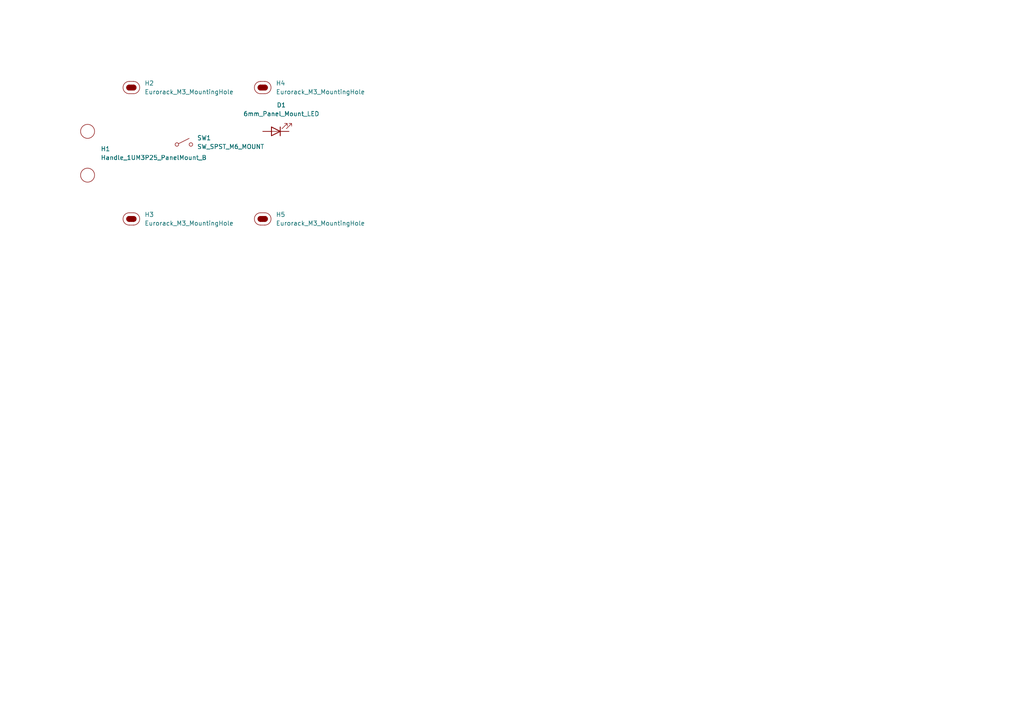
<source format=kicad_sch>
(kicad_sch (version 20250114) (generator "eeschema") (generator_version "9.0")
  (paper "A4")
  (lib_symbols
    (symbol "EXC:6mm_Panel_Mount_LED" (pin_numbers (hide yes)) (pin_names (offset 1.016) (hide yes))
      (property "Reference" "D" (at 0 2.54 0))
      (property "Value" "6mm_Panel_Mount_LED" (at 0 -3.556 0))
      (symbol "6mm_Panel_Mount_LED_0_1"
        (polyline (pts (xy -1.27 1.27) (xy -1.27 -1.27) (xy 1.27 0) (xy -1.27 1.27)) (stroke (width 0.254)))
        (polyline (pts (xy 1.27 1.27) (xy 1.27 -1.27)) (stroke (width 0.254)))
        (polyline (pts (xy 1.27 0) (xy -1.27 0)))
        (polyline (pts (xy 1.778 0.762) (xy 3.302 2.286) (xy 2.54 2.286) (xy 3.302 2.286) (xy 3.302 1.524)))
        (polyline (pts (xy 3.048 0.762) (xy 4.572 2.286) (xy 3.81 2.286) (xy 4.572 2.286) (xy 4.572 1.524)))
      )
      (symbol "6mm_Panel_Mount_LED_1_1"
        (pin passive line (at -3.81 0 0) (length 2.54) (name "A") (number "2"))
        (pin passive line (at 3.81 0 180) (length 2.54) (name "K") (number "1"))
      )
    )
    (symbol "EXC:Eurorack_M3_MountingHole" (pin_names (offset 1.016)) (exclude_from_sim yes) (in_bom no)
      (property "Reference" "H" (at 0 5.08 0))
      (property "Value" "Eurorack_M3_MountingHole" (at 0 3.175 0))
      (symbol "Eurorack_M3_MountingHole_0_1"
        (polyline (pts (xy -0.635 0.762) (xy 0.635 0.762)))
        (circle (center -0.635 0) (radius 0.762) (fill (type outline)))
        (arc (start -0.635 -0.762) (mid -1.397 0) (end -0.635 0.762))
        (arc (start -0.635 -1.778) (mid -2.413 0) (end -0.635 1.778))
        (polyline (pts (xy -0.635 -0.762) (xy 0.635 -0.762)))
        (polyline (pts (xy -0.635 -1.778) (xy 0.635 -1.778)))
        (circle (center 0 0) (radius 0.762) (fill (type outline)))
        (polyline (pts (xy 0.635 1.778) (xy -0.635 1.778)))
        (arc (start 0.6141 1.778) (mid 2.4131 0) (end 0.6141 -1.778))
        (arc (start 0.6227 0.762) (mid 1.3971 0) (end 0.6227 -0.762))
        (circle (center 0.635 0) (radius 0.762) (fill (type outline)))
      )
    )
    (symbol "EXC:Handle_1UM3P25_B"
      (property "Reference" "H" (at 0 -6.35 0))
      (property "Value" "Handle_1UM3P25_PanelMount_B" (at 0.254 -17.018 0))
      (symbol "Handle_1UM3P25_B_0_1"
        (circle (center 0 0) (radius 2.032))
        (circle (center 0 -12.7) (radius 2.032))
      )
    )
    (symbol "EXC:SW_SPDT-M6_Panel_Mount" (pin_names (offset 0) (hide yes))
      (property "Reference" "SW" (at 0 3.175 0))
      (property "Value" "SW_SPST_M6_MOUNT" (at 0 -2.032 0))
      (symbol "SW_SPDT-M6_Panel_Mount_0_0"
        (circle (center -2.032 0) (radius 0.508))
        (polyline (pts (xy -1.524 0.254) (xy 1.524 1.778)))
        (circle (center 2.032 0) (radius 0.508))
      )
    )
  )
  (symbol (lib_id "EXC:Eurorack_M3_MountingHole") (at 38.1 63.5 0) (unit 1)
    (property "Reference" "H3" (at 41.91 62.2299 0) (effects (justify left)))
    (property "Value" "Eurorack_M3_MountingHole" (at 41.91 64.7699 0) (effects (justify left)))
    (property "Footprint" "EXC:MountingHole_3.2mm_M3" (effects (hide yes)))
    (property "Description" "Mounting Hole without connection" (effects (hide yes)))
  )
  (symbol (lib_id "EXC:6mm_Panel_Mount_LED") (at 80.01 38.1 0) (unit 1)
    (property "Reference" "D1" (at 81.5975 30.48 0))
    (property "Value" "6mm_Panel_Mount_LED" (at 81.5975 33.02 0))
    (property "Footprint" "EXC:6mm_Panel_Mount_LED" (effects (hide yes)))
    (property "Description" "Light emitting diode" (effects (hide yes)))
  )
  (symbol (lib_id "EXC:Handle_1UM3P25_B") (at 25.4 38.1 0) (unit 1)
    (property "Reference" "H1" (at 29.21 43.1799 0) (effects (justify left)))
    (property "Value" "Handle_1UM3P25_PanelMount_B" (at 29.21 45.7199 0) (effects (justify left)))
    (property "Footprint" "EXC:Handle_1UM3P25_B" (effects (hide yes)))
  )
  (symbol (lib_id "EXC:Eurorack_M3_MountingHole") (at 76.2 25.4 0) (unit 1)
    (property "Reference" "H4" (at 80.01 24.1299 0) (effects (justify left)))
    (property "Value" "Eurorack_M3_MountingHole" (at 80.01 26.6699 0) (effects (justify left)))
    (property "Footprint" "EXC:MountingHole_3.2mm_M3" (effects (hide yes)))
    (property "Description" "Mounting Hole without connection" (effects (hide yes)))
  )
  (symbol (lib_id "EXC:Eurorack_M3_MountingHole") (at 38.1 25.4 0) (unit 1)
    (property "Reference" "H2" (at 41.91 24.1299 0) (effects (justify left)))
    (property "Value" "Eurorack_M3_MountingHole" (at 41.91 26.6699 0) (effects (justify left)))
    (property "Footprint" "EXC:MountingHole_3.2mm_M3" (effects (hide yes)))
    (property "Description" "Mounting Hole without connection" (effects (hide yes)))
  )
  (symbol (lib_id "EXC:Eurorack_M3_MountingHole") (at 76.2 63.5 0) (unit 1)
    (property "Reference" "H5" (at 80.01 62.2299 0) (effects (justify left)))
    (property "Value" "Eurorack_M3_MountingHole" (at 80.01 64.7699 0) (effects (justify left)))
    (property "Footprint" "EXC:MountingHole_3.2mm_M3" (effects (hide yes)))
    (property "Description" "Mounting Hole without connection" (effects (hide yes)))
  )
  (symbol (lib_id "EXC:SW_SPDT-M6_Panel_Mount") (at 53.34 41.91 0) (unit 1)
    (property "Reference" "SW1" (at 57.15 40.0049 0) (effects (justify left)))
    (property "Value" "SW_SPST_M6_MOUNT" (at 57.15 42.5449 0) (effects (justify left)))
    (property "Footprint" "EXC:SW_SPDT_M6_Panel_Mount" (effects (hide yes)))
    (property "Datasheet" "https://cdn-shop.adafruit.com/product-files/3221/singe_blue_switch_diagram.jpg" (effects (hide yes)))
    (property "Description" "Single Pole Dual-Throw (SPDT) M6 panel-mount switch" (effects (hide yes)))
    (property "Source" "https://www.adafruit.com/product/3221" (effects (hide yes)))
  )
)
</source>
